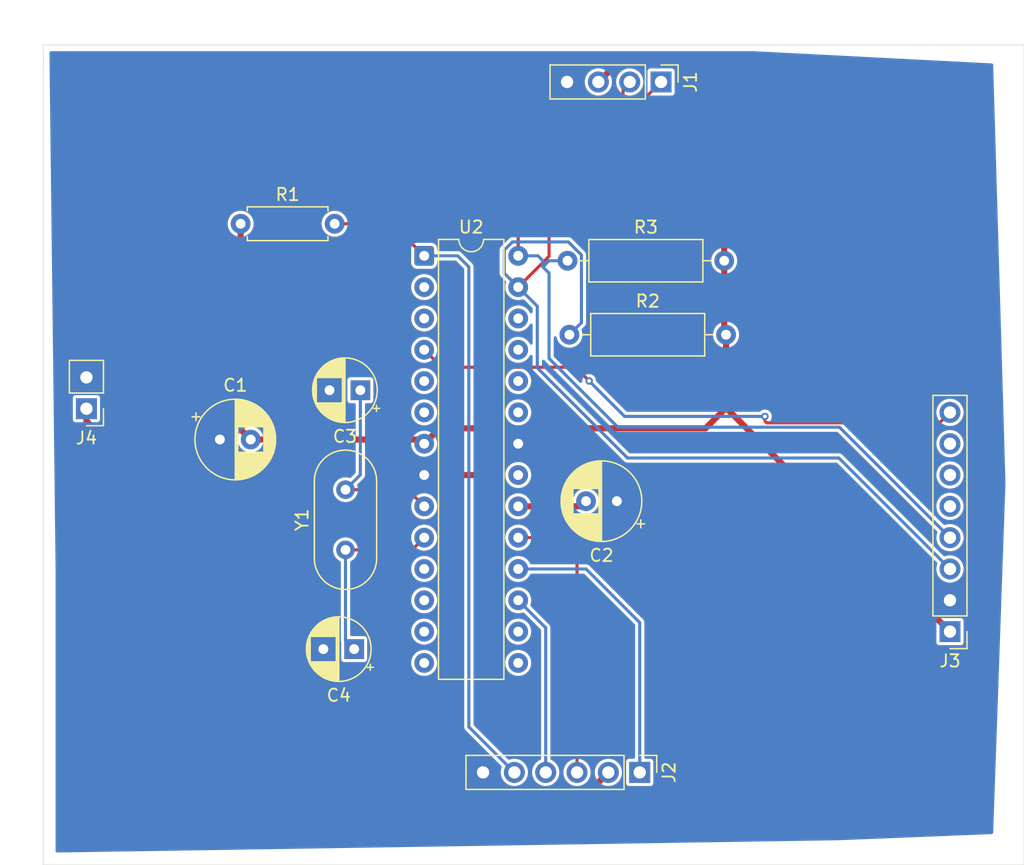
<source format=kicad_pcb>
(kicad_pcb (version 20241229) (generator "pcbnew") (generator_version "9.0")
  (title_block (title "BlackBox"))
  (layers (0 "F.Cu" signal) (2 "B.Cu" signal) (13 "F.Paste" user) (15 "B.Paste" user) (5 "F.SilkS" user "F.Silkscreen") (7 "B.SilkS" user "B.Silkscreen") (1 "F.Mask" user) (3 "B.Mask" user) (25 "Edge.Cuts" user))
  (net 0 "")
  (net 1 "/GND")
  (net 2 "/5V")
  (net 3 "Net-(U2-AVCC)")
  (net 4 "Net-(U2-XTAL1{slash}PB6)")
  (net 5 "Net-(U2-XTAL2{slash}PB7)")
  (net 6 "/SDA")
  (net 7 "/SCL")
  (net 8 "/4 MOSI")
  (net 9 "/1 MISO")
  (net 10 "/5 RST")
  (net 11 "/3 SCK")
  (net 14 "/INT0")
  (footprint "Capacitor_THT:CP_Radial_D5.0mm_P2.50mm" (layer "F.Cu") (at 133.705113 86.5 180)
    (property "Reference" "C3" (at 1.25 -3.75 0) (layer "F.SilkS"))
    (property "Value" "22p")
    (pad "1" thru_hole rect (at 0 0 180) (size 1.6 1.6) (drill 0.8) (layers "*.Cu" "*.Mask") (net 4 "Net-(U2-XTAL1{slash}PB6)"))
    (pad "2" thru_hole circle (at 2.5 0 180) (size 1.6 1.6) (drill 0.8) (layers "*.Cu" "*.Mask") (net 1 "/GND"))
  )
  (footprint "Capacitor_THT:CP_Radial_D6.3mm_P2.50mm" (layer "F.Cu") (at 154.5 95.5 180)
    (property "Reference" "C2" (at 1.25 -4.4 0) (layer "F.SilkS"))
    (property "Value" "100n")
    (pad "1" thru_hole rect (at 0 0 180) (size 1.6 1.6) (drill 0.8) (layers "*.Cu" "*.Mask") (net 1 "/GND"))
    (pad "2" thru_hole circle (at 2.5 0 180) (size 1.6 1.6) (drill 0.8) (layers "*.Cu" "*.Mask") (net 3 "Net-(U2-AVCC)"))
  )
  (footprint "Connector_PinHeader_2.54mm:PinHeader_1x04_P2.54mm_Vertical" (layer "F.Cu") (at 158.08 61.5 -90)
    (property "Reference" "J1" (at 0 -2.38 90) (layer "F.SilkS"))
    (property "Value" "Bus_I2C_Commun")
    (pad "1" thru_hole rect (at 0 0 270) (size 1.7 1.7) (drill 1) (layers "*.Cu" "*.Mask") (net 6 "/SDA"))
    (pad "2" thru_hole circle (at 0 2.54 270) (size 1.7 1.7) (drill 1) (layers "*.Cu" "*.Mask") (net 7 "/SCL"))
    (pad "3" thru_hole circle (at 0 5.08 270) (size 1.7 1.7) (drill 1) (layers "*.Cu" "*.Mask") (net 2 "/5V"))
    (pad "4" thru_hole circle (at 0 7.62 270) (size 1.7 1.7) (drill 1) (layers "*.Cu" "*.Mask") (net 1 "/GND"))
  )
  (footprint "Resistor_THT:R_Axial_DIN0207_L6.3mm_D2.5mm_P7.62mm_Horizontal" (layer "F.Cu") (at 124 73)
    (property "Reference" "R1" (at 3.81 -2.37 0) (layer "F.SilkS"))
    (property "Value" "10k")
    (pad "1" thru_hole circle (at 0 0) (size 1.6 1.6) (drill 0.8) (layers "*.Cu" "*.Mask") (net 2 "/5V"))
    (pad "2" thru_hole oval (at 7.62 0) (size 1.6 1.6) (drill 0.8) (layers "*.Cu" "*.Mask") (net 10 "/5 RST"))
  )
  (footprint "Capacitor_THT:CP_Radial_D6.3mm_P2.50mm" (layer "F.Cu") (at 122.317621 90.5)
    (property "Reference" "C1" (at 1.25 -4.4 0) (layer "F.SilkS"))
    (property "Value" "100n")
    (pad "1" thru_hole rect (at 0 0) (size 1.6 1.6) (drill 0.8) (layers "*.Cu" "*.Mask") (net 1 "/GND"))
    (pad "2" thru_hole circle (at 2.5 0) (size 1.6 1.6) (drill 0.8) (layers "*.Cu" "*.Mask") (net 2 "/5V"))
  )
  (footprint "Connector_PinHeader_2.54mm:PinHeader_1x02_P2.54mm_Vertical" (layer "F.Cu") (at 111.5 88 180)
    (property "Reference" "J4" (at 0 -2.38 0) (layer "F.SilkS"))
    (property "Value" "Conn_Alimentation")
    (pad "1" thru_hole rect (at 0 0 180) (size 1.7 1.7) (drill 1) (layers "*.Cu" "*.Mask") (net 2 "/5V"))
    (pad "2" thru_hole circle (at 0 2.54 180) (size 1.7 1.7) (drill 1) (layers "*.Cu" "*.Mask") (net 1 "/GND"))
  )
  (footprint "Package_DIP:DIP-28_W7.62mm" (layer "F.Cu") (at 138.88 75.6)
    (property "Reference" "U2" (at 3.81 -2.33 0) (layer "F.SilkS"))
    (property "Value" "ATmega328P-P")
    (pad "1" thru_hole roundrect (at 0 0) (size 1.6 1.6) (drill 0.8) (layers "*.Cu" "*.Mask") (roundrect_rratio 0.15625) (net 10 "/5 RST"))
    (pad "2" thru_hole circle (at 0 2.54) (size 1.6 1.6) (drill 0.8) (layers "*.Cu" "*.Mask"))
    (pad "3" thru_hole circle (at 0 5.08) (size 1.6 1.6) (drill 0.8) (layers "*.Cu" "*.Mask"))
    (pad "4" thru_hole circle (at 0 7.62) (size 1.6 1.6) (drill 0.8) (layers "*.Cu" "*.Mask") (net 14 "/INT0"))
    (pad "5" thru_hole circle (at 0 10.16) (size 1.6 1.6) (drill 0.8) (layers "*.Cu" "*.Mask"))
    (pad "6" thru_hole circle (at 0 12.7) (size 1.6 1.6) (drill 0.8) (layers "*.Cu" "*.Mask"))
    (pad "7" thru_hole circle (at 0 15.24) (size 1.6 1.6) (drill 0.8) (layers "*.Cu" "*.Mask") (net 2 "/5V"))
    (pad "8" thru_hole circle (at 0 17.78) (size 1.6 1.6) (drill 0.8) (layers "*.Cu" "*.Mask") (net 1 "/GND"))
    (pad "9" thru_hole circle (at 0 20.32) (size 1.6 1.6) (drill 0.8) (layers "*.Cu" "*.Mask") (net 4 "Net-(U2-XTAL1{slash}PB6)"))
    (pad "10" thru_hole circle (at 0 22.86) (size 1.6 1.6) (drill 0.8) (layers "*.Cu" "*.Mask") (net 5 "Net-(U2-XTAL2{slash}PB7)"))
    (pad "11" thru_hole circle (at 0 25.4) (size 1.6 1.6) (drill 0.8) (layers "*.Cu" "*.Mask"))
    (pad "12" thru_hole circle (at 0 27.94) (size 1.6 1.6) (drill 0.8) (layers "*.Cu" "*.Mask"))
    (pad "13" thru_hole circle (at 0 30.48) (size 1.6 1.6) (drill 0.8) (layers "*.Cu" "*.Mask"))
    (pad "14" thru_hole circle (at 0 33.02) (size 1.6 1.6) (drill 0.8) (layers "*.Cu" "*.Mask"))
    (pad "15" thru_hole circle (at 7.62 33.02) (size 1.6 1.6) (drill 0.8) (layers "*.Cu" "*.Mask"))
    (pad "16" thru_hole circle (at 7.62 30.48) (size 1.6 1.6) (drill 0.8) (layers "*.Cu" "*.Mask"))
    (pad "17" thru_hole circle (at 7.62 27.94) (size 1.6 1.6) (drill 0.8) (layers "*.Cu" "*.Mask") (net 8 "/4 MOSI"))
    (pad "18" thru_hole circle (at 7.62 25.4) (size 1.6 1.6) (drill 0.8) (layers "*.Cu" "*.Mask") (net 9 "/1 MISO"))
    (pad "19" thru_hole circle (at 7.62 22.86) (size 1.6 1.6) (drill 0.8) (layers "*.Cu" "*.Mask") (net 11 "/3 SCK"))
    (pad "20" thru_hole circle (at 7.62 20.32) (size 1.6 1.6) (drill 0.8) (layers "*.Cu" "*.Mask") (net 3 "Net-(U2-AVCC)"))
    (pad "21" thru_hole circle (at 7.62 17.78) (size 1.6 1.6) (drill 0.8) (layers "*.Cu" "*.Mask"))
    (pad "22" thru_hole circle (at 7.62 15.24) (size 1.6 1.6) (drill 0.8) (layers "*.Cu" "*.Mask") (net 1 "/GND"))
    (pad "23" thru_hole circle (at 7.62 12.7) (size 1.6 1.6) (drill 0.8) (layers "*.Cu" "*.Mask"))
    (pad "24" thru_hole circle (at 7.62 10.16) (size 1.6 1.6) (drill 0.8) (layers "*.Cu" "*.Mask"))
    (pad "25" thru_hole circle (at 7.62 7.62) (size 1.6 1.6) (drill 0.8) (layers "*.Cu" "*.Mask"))
    (pad "26" thru_hole circle (at 7.62 5.08) (size 1.6 1.6) (drill 0.8) (layers "*.Cu" "*.Mask"))
    (pad "27" thru_hole circle (at 7.62 2.54) (size 1.6 1.6) (drill 0.8) (layers "*.Cu" "*.Mask") (net 6 "/SDA"))
    (pad "28" thru_hole circle (at 7.62 0) (size 1.6 1.6) (drill 0.8) (layers "*.Cu" "*.Mask") (net 7 "/SCL"))
  )
  (footprint "Connector_PinHeader_2.54mm:PinHeader_1x08_P2.54mm_Vertical" (layer "F.Cu") (at 181.5 106.08 180)
    (property "Reference" "J3" (at 0 -2.38 0) (layer "F.SilkS"))
    (property "Value" "MPU-6050")
    (pad "1" thru_hole rect (at 0 0 180) (size 1.7 1.7) (drill 1) (layers "*.Cu" "*.Mask") (net 2 "/5V"))
    (pad "2" thru_hole circle (at 0 2.54 180) (size 1.7 1.7) (drill 1) (layers "*.Cu" "*.Mask") (net 1 "/GND"))
    (pad "3" thru_hole circle (at 0 5.08 180) (size 1.7 1.7) (drill 1) (layers "*.Cu" "*.Mask") (net 6 "/SDA"))
    (pad "4" thru_hole circle (at 0 7.62 180) (size 1.7 1.7) (drill 1) (layers "*.Cu" "*.Mask") (net 7 "/SCL"))
    (pad "5" thru_hole circle (at 0 10.16 180) (size 1.7 1.7) (drill 1) (layers "*.Cu" "*.Mask"))
    (pad "6" thru_hole circle (at 0 12.7 180) (size 1.7 1.7) (drill 1) (layers "*.Cu" "*.Mask"))
    (pad "7" thru_hole circle (at 0 15.24 180) (size 1.7 1.7) (drill 1) (layers "*.Cu" "*.Mask"))
    (pad "8" thru_hole circle (at 0 17.78 180) (size 1.7 1.7) (drill 1) (layers "*.Cu" "*.Mask") (net 14 "/INT0"))
  )
  (footprint "Crystal:Crystal_HC49-U_Vertical" (layer "F.Cu") (at 132.5 99.45 90)
    (property "Reference" "Y1" (at 2.44 -3.525 90) (layer "F.SilkS"))
    (property "Value" "Crystal")
    (pad "1" thru_hole circle (at 0 0 90) (size 1.5 1.5) (drill 0.8) (layers "*.Cu" "*.Mask") (net 5 "Net-(U2-XTAL2{slash}PB7)"))
    (pad "2" thru_hole circle (at 4.88 0 90) (size 1.5 1.5) (drill 0.8) (layers "*.Cu" "*.Mask") (net 4 "Net-(U2-XTAL1{slash}PB6)"))
  )
  (footprint "Resistor_THT:R_Axial_DIN0309_L9.0mm_D3.2mm_P12.70mm_Horizontal" (layer "F.Cu") (at 150.65 82)
    (property "Reference" "R2" (at 6.35 -2.72 0) (layer "F.SilkS"))
    (property "Value" "4.7k")
    (pad "1" thru_hole circle (at 0 0) (size 1.6 1.6) (drill 0.8) (layers "*.Cu" "*.Mask") (net 6 "/SDA"))
    (pad "2" thru_hole oval (at 12.7 0) (size 1.6 1.6) (drill 0.8) (layers "*.Cu" "*.Mask") (net 2 "/5V"))
  )
  (footprint "Resistor_THT:R_Axial_DIN0309_L9.0mm_D3.2mm_P12.70mm_Horizontal" (layer "F.Cu") (at 150.5 76)
    (property "Reference" "R3" (at 6.35 -2.72 0) (layer "F.SilkS"))
    (property "Value" "4.7k")
    (pad "1" thru_hole circle (at 0 0) (size 1.6 1.6) (drill 0.8) (layers "*.Cu" "*.Mask") (net 7 "/SCL"))
    (pad "2" thru_hole oval (at 12.7 0) (size 1.6 1.6) (drill 0.8) (layers "*.Cu" "*.Mask") (net 2 "/5V"))
  )
  (footprint "Connector_PinHeader_2.54mm:PinHeader_1x06_P2.54mm_Vertical" (layer "F.Cu") (at 156.35 117.5 -90)
    (property "Reference" "J2" (at 0 -2.38 90) (layer "F.SilkS"))
    (property "Value" "Programmateur_ISP")
    (pad "1" thru_hole rect (at 0 0 270) (size 1.7 1.7) (drill 1) (layers "*.Cu" "*.Mask") (net 9 "/1 MISO"))
    (pad "2" thru_hole circle (at 0 2.54 270) (size 1.7 1.7) (drill 1) (layers "*.Cu" "*.Mask") (net 2 "/5V"))
    (pad "3" thru_hole circle (at 0 5.08 270) (size 1.7 1.7) (drill 1) (layers "*.Cu" "*.Mask") (net 11 "/3 SCK"))
    (pad "4" thru_hole circle (at 0 7.62 270) (size 1.7 1.7) (drill 1) (layers "*.Cu" "*.Mask") (net 8 "/4 MOSI"))
    (pad "5" thru_hole circle (at 0 10.16 270) (size 1.7 1.7) (drill 1) (layers "*.Cu" "*.Mask") (net 10 "/5 RST"))
    (pad "6" thru_hole circle (at 0 12.7 270) (size 1.7 1.7) (drill 1) (layers "*.Cu" "*.Mask") (net 1 "/GND"))
  )
  (footprint "Capacitor_THT:CP_Radial_D5.0mm_P2.50mm" (layer "F.Cu") (at 133.205113 107.5 180)
    (property "Reference" "C4" (at 1.25 -3.75 0) (layer "F.SilkS"))
    (property "Value" "22p")
    (pad "1" thru_hole rect (at 0 0 180) (size 1.6 1.6) (drill 0.8) (layers "*.Cu" "*.Mask") (net 5 "Net-(U2-XTAL2{slash}PB7)"))
    (pad "2" thru_hole circle (at 2.5 0 180) (size 1.6 1.6) (drill 0.8) (layers "*.Cu" "*.Mask") (net 1 "/GND"))
  )
  (gr_rect (start 108 58.5) (end 187.5 125) (stroke (width 0.05)) (fill no) (layer "Edge.Cuts"))
  (segment (start 143.96 93.38) (end 146.5 90.84) (width 0.5) (layer "F.Cu") (net 1))
  (segment (start 138.88 93.38) (end 143.96 93.38) (width 0.5) (layer "F.Cu") (net 1))
  (segment (start 126.317621 86.5) (end 131.205113 86.5) (width 0.5) (layer "B.Cu") (net 1))
  (segment (start 162.54 103.54) (end 181.5 103.54) (width 0.5) (layer "B.Cu") (net 1))
  (segment (start 131.205113 83.294887) (end 131.205113 86.5) (width 0.5) (layer "B.Cu") (net 1))
  (segment (start 140.705113 117.5) (end 143.65 117.5) (width 0.5) (layer "B.Cu") (net 1))
  (segment (start 135 71) (end 135 79.5) (width 0.5) (layer "B.Cu") (net 1))
  (segment (start 149.84 90.84) (end 154.5 95.5) (width 0.5) (layer "B.Cu") (net 1))
  (segment (start 148.15 122) (end 160 122) (width 0.5) (layer "B.Cu") (net 1))
  (segment (start 122.317621 99.112508) (end 130.705113 107.5) (width 0.5) (layer "B.Cu") (net 1))
  (segment (start 161.5 120.5) (end 161.5 102.5) (width 0.5) (layer "B.Cu") (net 1))
  (segment (start 111.5 85.46) (end 116.54 90.5) (width 0.5) (layer "B.Cu") (net 1))
  (segment (start 150.46 61.5) (end 146.73 65.23) (width 0.5) (layer "B.Cu") (net 1))
  (segment (start 135 79.5) (end 131.205113 83.294887) (width 0.5) (layer "B.Cu") (net 1))
  (segment (start 122.317621 90.5) (end 122.317621 99.112508) (width 0.5) (layer "B.Cu") (net 1))
  (segment (start 139 67) (end 135 71) (width 0.5) (layer "B.Cu") (net 1))
  (segment (start 146.73 65.23) (end 145 66.96) (width 0.5) (layer "B.Cu") (net 1))
  (segment (start 160 122) (end 161.5 120.5) (width 0.5) (layer "B.Cu") (net 1))
  (segment (start 145 66.96) (end 145 67) (width 0.5) (layer "B.Cu") (net 1))
  (segment (start 143.65 117.5) (end 148.15 122) (width 0.5) (layer "B.Cu") (net 1))
  (segment (start 146.5 90.84) (end 149.84 90.84) (width 0.5) (layer "B.Cu") (net 1))
  (segment (start 145 67) (end 139 67) (width 0.5) (layer "B.Cu") (net 1))
  (segment (start 130.705113 107.5) (end 140.705113 117.5) (width 0.5) (layer "B.Cu") (net 1))
  (segment (start 161.5 102.5) (end 162.54 103.54) (width 0.5) (layer "B.Cu") (net 1))
  (segment (start 116.54 90.5) (end 122.317621 90.5) (width 0.5) (layer "B.Cu") (net 1))
  (segment (start 154.5 95.5) (end 161.5 102.5) (width 0.5) (layer "B.Cu") (net 1))
  (segment (start 122.317621 90.5) (end 126.317621 86.5) (width 0.5) (layer "B.Cu") (net 1))
  (segment (start 163.35 82) (end 163.35 87.93) (width 0.5) (layer "F.Cu") (net 2))
  (segment (start 155 59.5) (end 162 59.5) (width 0.5) (layer "F.Cu") (net 2))
  (segment (start 131 121.5) (end 113.75 104.25) (width 0.5) (layer "F.Cu") (net 2))
  (segment (start 163.35 87.93) (end 181.5 106.08) (width 0.5) (layer "F.Cu") (net 2))
  (segment (start 113.75 104.25) (end 113.75 91.25) (width 0.5) (layer "F.Cu") (net 2))
  (segment (start 111.5 89) (end 113.75 91.25) (width 0.5) (layer "F.Cu") (net 2))
  (segment (start 140.131 89.589) (end 161.691 89.589) (width 0.5) (layer "F.Cu") (net 2))
  (segment (start 162 59.5) (end 163.2 60.7) (width 0.5) (layer "F.Cu") (net 2))
  (segment (start 111.5 88) (end 111.5 89) (width 0.5) (layer "F.Cu") (net 2))
  (segment (start 120.5 98) (end 126 98) (width 0.5) (layer "F.Cu") (net 2))
  (segment (start 138.54 90.5) (end 138.88 90.84) (width 0.5) (layer "F.Cu") (net 2))
  (segment (start 126 98) (end 129 95) (width 0.5) (layer "F.Cu") (net 2))
  (segment (start 153 61.5) (end 155 59.5) (width 0.5) (layer "F.Cu") (net 2))
  (segment (start 163.2 60.7) (end 163.2 76) (width 0.5) (layer "F.Cu") (net 2))
  (segment (start 163.2 81.85) (end 163.35 82) (width 0.5) (layer "F.Cu") (net 2))
  (segment (start 124 89.682379) (end 124.817621 90.5) (width 0.5) (layer "F.Cu") (net 2))
  (segment (start 129 95) (end 129 90.5) (width 0.5) (layer "F.Cu") (net 2))
  (segment (start 113.75 91.25) (end 120.5 98) (width 0.5) (layer "F.Cu") (net 2))
  (segment (start 124.817621 90.5) (end 129 90.5) (width 0.5) (layer "F.Cu") (net 2))
  (segment (start 161.691 89.589) (end 163.35 87.93) (width 0.5) (layer "F.Cu") (net 2))
  (segment (start 138.88 90.84) (end 140.131 89.589) (width 0.5) (layer "F.Cu") (net 2))
  (segment (start 124 73) (end 124 89.682379) (width 0.5) (layer "F.Cu") (net 2))
  (segment (start 163.2 76) (end 163.2 81.85) (width 0.5) (layer "F.Cu") (net 2))
  (segment (start 149.81 121.5) (end 131 121.5) (width 0.5) (layer "F.Cu") (net 2))
  (segment (start 129 90.5) (end 138.54 90.5) (width 0.5) (layer "F.Cu") (net 2))
  (segment (start 153.81 117.5) (end 149.81 121.5) (width 0.5) (layer "F.Cu") (net 2))
  (segment (start 146.5 95.92) (end 151.58 95.92) (width 0.5) (layer "F.Cu") (net 3))
  (segment (start 151.58 95.92) (end 152 95.5) (width 0.5) (layer "F.Cu") (net 3))
  (segment (start 132.5 94.57) (end 137.53 94.57) (width 0.25) (layer "F.Cu") (net 4))
  (segment (start 137.53 94.57) (end 138.88 95.92) (width 0.25) (layer "F.Cu") (net 4))
  (segment (start 133.705113 93.364887) (end 132.5 94.57) (width 0.25) (layer "B.Cu") (net 4))
  (segment (start 133.705113 86.5) (end 133.705113 93.364887) (width 0.25) (layer "B.Cu") (net 4))
  (segment (start 137.89 99.45) (end 138.88 98.46) (width 0.25) (layer "F.Cu") (net 5))
  (segment (start 132.5 99.45) (end 137.89 99.45) (width 0.25) (layer "F.Cu") (net 5))
  (segment (start 132.5 99.45) (end 132.5 106.794887) (width 0.25) (layer "B.Cu") (net 5))
  (segment (start 132.5 106.794887) (end 133.205113 107.5) (width 0.25) (layer "B.Cu") (net 5))
  (segment (start 149 75.64) (end 149 69.5) (width 0.25) (layer "F.Cu") (net 6))
  (segment (start 146.5 78.14) (end 149 75.64) (width 0.25) (layer "F.Cu") (net 6))
  (segment (start 150.08 69.5) (end 158.08 61.5) (width 0.25) (layer "F.Cu") (net 6))
  (segment (start 149 69.5) (end 150.08 69.5) (width 0.25) (layer "F.Cu") (net 6))
  (segment (start 151.626 75.533595) (end 150.566405 74.474) (width 0.25) (layer "B.Cu") (net 6))
  (segment (start 148.049 84.68681) (end 155.36219 92) (width 0.25) (layer "B.Cu") (net 6))
  (segment (start 172.5 92) (end 181.5 101) (width 0.25) (layer "B.Cu") (net 6))
  (segment (start 150.566405 74.474) (end 146.033595 74.474) (width 0.25) (layer "B.Cu") (net 6))
  (segment (start 146.5 78.14) (end 148.049 79.689) (width 0.25) (layer "B.Cu") (net 6))
  (segment (start 150.65 82) (end 151.626 81.024) (width 0.25) (layer "B.Cu") (net 6))
  (segment (start 155.36219 92) (end 172.5 92) (width 0.25) (layer "B.Cu") (net 6))
  (segment (start 146.033595 74.474) (end 145.374 75.133595) (width 0.25) (layer "B.Cu") (net 6))
  (segment (start 148.049 79.689) (end 148.049 84.68681) (width 0.25) (layer "B.Cu") (net 6))
  (segment (start 145.374 75.133595) (end 145.374 77.014) (width 0.25) (layer "B.Cu") (net 6))
  (segment (start 151.626 81.024) (end 151.626 75.533595) (width 0.25) (layer "B.Cu") (net 6))
  (segment (start 145.374 77.014) (end 146.5 78.14) (width 0.25) (layer "B.Cu") (net 6))
  (segment (start 151 63) (end 155 63) (width 0.25) (layer "F.Cu") (net 7))
  (segment (start 155 62.04) (end 155.54 61.5) (width 0.25) (layer "F.Cu") (net 7))
  (segment (start 146.5 67.5) (end 151 63) (width 0.25) (layer "F.Cu") (net 7))
  (segment (start 155 63) (end 155 62.04) (width 0.25) (layer "F.Cu") (net 7))
  (segment (start 146.5 75.6) (end 146.5 67.5) (width 0.25) (layer "F.Cu") (net 7))
  (segment (start 148.1 75.6) (end 148.5 76) (width 0.25) (layer "B.Cu") (net 7))
  (segment (start 150.5 76) (end 149 76) (width 0.25) (layer "B.Cu") (net 7))
  (segment (start 149 76) (end 148.5 76.5) (width 0.25) (layer "B.Cu") (net 7))
  (segment (start 149 77) (end 149 83.925125) (width 0.25) (layer "B.Cu") (net 7))
  (segment (start 148.5 76.5) (end 149 77) (width 0.25) (layer "B.Cu") (net 7))
  (segment (start 146.5 75.6) (end 148.1 75.6) (width 0.25) (layer "B.Cu") (net 7))
  (segment (start 149 83.925125) (end 154.574875 89.5) (width 0.25) (layer "B.Cu") (net 7))
  (segment (start 148.5 76) (end 148.5 76.5) (width 0.25) (layer "B.Cu") (net 7))
  (segment (start 154.574875 89.5) (end 172.54 89.5) (width 0.25) (layer "B.Cu") (net 7))
  (segment (start 172.54 89.5) (end 181.5 98.46) (width 0.25) (layer "B.Cu") (net 7))
  (segment (start 148.73 117.5) (end 148.73 105.77) (width 0.25) (layer "B.Cu") (net 8))
  (segment (start 148.73 105.77) (end 146.5 103.54) (width 0.25) (layer "B.Cu") (net 8))
  (segment (start 156.35 105.35) (end 152 101) (width 0.25) (layer "B.Cu") (net 9))
  (segment (start 156.35 117.5) (end 156.35 105.35) (width 0.25) (layer "B.Cu") (net 9))
  (segment (start 152 101) (end 146.5 101) (width 0.25) (layer "B.Cu") (net 9))
  (segment (start 131.62 73) (end 136.28 73) (width 0.25) (layer "F.Cu") (net 10))
  (segment (start 136.28 73) (end 138.88 75.6) (width 0.25) (layer "F.Cu") (net 10))
  (segment (start 142.5 76.5) (end 141.6 75.6) (width 0.25) (layer "B.Cu") (net 10))
  (segment (start 141.6 75.6) (end 138.88 75.6) (width 0.25) (layer "B.Cu") (net 10))
  (segment (start 142.5 113.81) (end 142.5 76.5) (width 0.25) (layer "B.Cu") (net 10))
  (segment (start 146.19 117.5) (end 142.5 113.81) (width 0.25) (layer "B.Cu") (net 10))
  (segment (start 149.96 98.46) (end 146.5 98.46) (width 0.25) (layer "F.Cu") (net 11))
  (segment (start 151.27 99.77) (end 149.96 98.46) (width 0.25) (layer "F.Cu") (net 11))
  (segment (start 151.27 117.5) (end 151.27 99.77) (width 0.25) (layer "F.Cu") (net 11))
  (segment (start 152.25 85.75) (end 151.134 84.634) (width 0.25) (layer "F.Cu") (net 14))
  (segment (start 140.294 84.634) (end 138.88 83.22) (width 0.25) (layer "F.Cu") (net 14))
  (segment (start 181.5 88.3) (end 180.65 89.15) (width 0.25) (layer "F.Cu") (net 14))
  (segment (start 151.134 84.634) (end 140.294 84.634) (width 0.25) (layer "F.Cu") (net 14))
  (segment (start 180.65 89.15) (end 166.65 89.15) (width 0.25) (layer "F.Cu") (net 14))
  (segment (start 166.5 89) (end 166.5 88.626) (width 0.25) (layer "F.Cu") (net 14))
  (segment (start 166.65 89.15) (end 166.5 89) (width 0.25) (layer "F.Cu") (net 14))
  (via (at 166.5 88.626) (size 0.6) (drill 0.3) (layers "F.Cu" "B.Cu") (net 14))
  (via (at 152.25 85.75) (size 0.6) (drill 0.3) (layers "F.Cu" "B.Cu") (net 14))
  (segment (start 166.5 88.626) (end 155.126 88.626) (width 0.25) (layer "B.Cu") (net 14))
  (segment (start 155.126 88.626) (end 152.25 85.75) (width 0.25) (layer "B.Cu") (net 14))
  (zone (net 1) (net_name "/GND") (layer "B.Cu") (connect_pads yes (clearance 0.25)) (min_thickness 0.25) (fill yes (thermal_gap 0.5) (thermal_bridge_width 0.5))
    (polygon (pts (xy 108.5 59) (xy 154 59) (xy 165.5 59) (xy 185 60) (xy 186 94) (xy 185 122.5) (xy 172.5 123) (xy 109 124) (xy 109 101)))
  )
)
</source>
